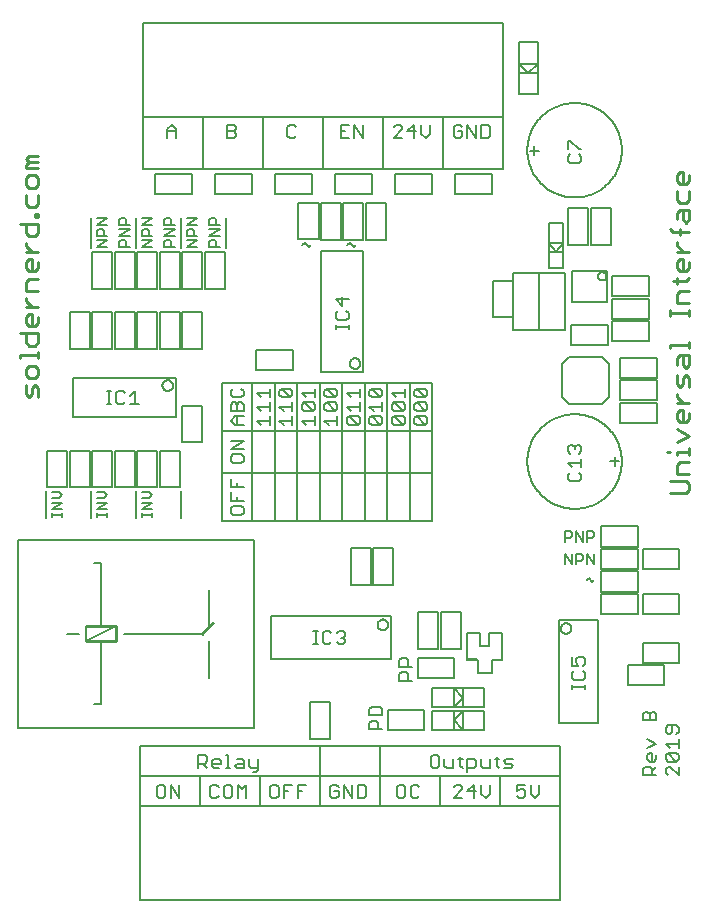
<source format=gto>
G75*
%MOIN*%
%OFA0B0*%
%FSLAX25Y25*%
%IPPOS*%
%LPD*%
%AMOC8*
5,1,8,0,0,1.08239X$1,22.5*
%
%ADD10C,0.00600*%
%ADD11C,0.00900*%
%ADD12C,0.00591*%
%ADD13C,0.00700*%
%ADD14C,0.00500*%
%ADD15C,0.01000*%
D10*
X0008274Y0059898D02*
X0008274Y0122890D01*
X0087014Y0122890D01*
X0087014Y0059898D01*
X0008274Y0059898D01*
X0031049Y0088894D02*
X0041049Y0093894D01*
X0043549Y0091394D02*
X0069549Y0091394D01*
X0072049Y0093894D02*
X0072049Y0106094D01*
X0072049Y0088894D02*
X0072049Y0076594D01*
X0036049Y0067894D02*
X0033549Y0067894D01*
X0036049Y0067894D02*
X0036049Y0088894D01*
X0036049Y0093894D02*
X0036049Y0114894D01*
X0033549Y0114894D01*
X0034691Y0130444D02*
X0034691Y0131578D01*
X0034691Y0131011D02*
X0038094Y0131011D01*
X0038094Y0130444D02*
X0038094Y0131578D01*
X0038094Y0132899D02*
X0034691Y0132899D01*
X0038094Y0135168D01*
X0034691Y0135168D01*
X0034691Y0136582D02*
X0036959Y0136582D01*
X0038094Y0137717D01*
X0036959Y0138851D01*
X0034691Y0138851D01*
X0023094Y0137717D02*
X0021959Y0136582D01*
X0019691Y0136582D01*
X0019691Y0135168D02*
X0023094Y0135168D01*
X0019691Y0132899D01*
X0023094Y0132899D01*
X0023094Y0131578D02*
X0023094Y0130444D01*
X0023094Y0131011D02*
X0019691Y0131011D01*
X0019691Y0130444D02*
X0019691Y0131578D01*
X0023094Y0137717D02*
X0021959Y0138851D01*
X0019691Y0138851D01*
X0038055Y0167944D02*
X0039523Y0167944D01*
X0038789Y0167944D02*
X0038789Y0172347D01*
X0038055Y0172347D02*
X0039523Y0172347D01*
X0041124Y0171613D02*
X0041124Y0168678D01*
X0041858Y0167944D01*
X0043326Y0167944D01*
X0044060Y0168678D01*
X0045728Y0167944D02*
X0048664Y0167944D01*
X0047196Y0167944D02*
X0047196Y0172347D01*
X0045728Y0170880D01*
X0044060Y0171613D02*
X0043326Y0172347D01*
X0041858Y0172347D01*
X0041124Y0171613D01*
X0049691Y0138851D02*
X0051959Y0138851D01*
X0053094Y0137717D01*
X0051959Y0136582D01*
X0049691Y0136582D01*
X0049691Y0135168D02*
X0053094Y0135168D01*
X0049691Y0132899D01*
X0053094Y0132899D01*
X0053094Y0131578D02*
X0053094Y0130444D01*
X0053094Y0131011D02*
X0049691Y0131011D01*
X0049691Y0130444D02*
X0049691Y0131578D01*
X0031049Y0093894D02*
X0031049Y0088894D01*
X0028549Y0091394D02*
X0024549Y0091394D01*
X0034691Y0220444D02*
X0038094Y0222712D01*
X0034691Y0222712D01*
X0034691Y0224127D02*
X0034691Y0225828D01*
X0035258Y0226395D01*
X0036392Y0226395D01*
X0036959Y0225828D01*
X0036959Y0224127D01*
X0038094Y0224127D02*
X0034691Y0224127D01*
X0034691Y0227810D02*
X0038094Y0230079D01*
X0034691Y0230079D01*
X0034691Y0227810D02*
X0038094Y0227810D01*
X0042191Y0227810D02*
X0042191Y0229511D01*
X0042758Y0230079D01*
X0043892Y0230079D01*
X0044459Y0229511D01*
X0044459Y0227810D01*
X0045594Y0227810D02*
X0042191Y0227810D01*
X0042191Y0226395D02*
X0045594Y0226395D01*
X0042191Y0224127D01*
X0045594Y0224127D01*
X0043892Y0222712D02*
X0044459Y0222145D01*
X0044459Y0220444D01*
X0045594Y0220444D02*
X0042191Y0220444D01*
X0042191Y0222145D01*
X0042758Y0222712D01*
X0043892Y0222712D01*
X0049691Y0222712D02*
X0053094Y0222712D01*
X0049691Y0220444D01*
X0053094Y0220444D01*
X0053094Y0224127D02*
X0049691Y0224127D01*
X0049691Y0225828D01*
X0050258Y0226395D01*
X0051392Y0226395D01*
X0051959Y0225828D01*
X0051959Y0224127D01*
X0053094Y0227810D02*
X0049691Y0227810D01*
X0053094Y0230079D01*
X0049691Y0230079D01*
X0057191Y0229511D02*
X0057758Y0230079D01*
X0058892Y0230079D01*
X0059459Y0229511D01*
X0059459Y0227810D01*
X0060594Y0227810D02*
X0057191Y0227810D01*
X0057191Y0229511D01*
X0057191Y0226395D02*
X0060594Y0226395D01*
X0057191Y0224127D01*
X0060594Y0224127D01*
X0058892Y0222712D02*
X0057758Y0222712D01*
X0057191Y0222145D01*
X0057191Y0220444D01*
X0060594Y0220444D01*
X0059459Y0220444D02*
X0059459Y0222145D01*
X0058892Y0222712D01*
X0064691Y0222712D02*
X0068094Y0222712D01*
X0064691Y0220444D01*
X0068094Y0220444D01*
X0068094Y0224127D02*
X0064691Y0224127D01*
X0064691Y0225828D01*
X0065258Y0226395D01*
X0066392Y0226395D01*
X0066959Y0225828D01*
X0066959Y0224127D01*
X0068094Y0227810D02*
X0064691Y0227810D01*
X0068094Y0230079D01*
X0064691Y0230079D01*
X0072191Y0229511D02*
X0072758Y0230079D01*
X0073892Y0230079D01*
X0074459Y0229511D01*
X0074459Y0227810D01*
X0075594Y0227810D02*
X0072191Y0227810D01*
X0072191Y0229511D01*
X0072191Y0226395D02*
X0075594Y0226395D01*
X0072191Y0224127D01*
X0075594Y0224127D01*
X0073892Y0222712D02*
X0072758Y0222712D01*
X0072191Y0222145D01*
X0072191Y0220444D01*
X0075594Y0220444D01*
X0074459Y0220444D02*
X0074459Y0222145D01*
X0073892Y0222712D01*
X0038094Y0220444D02*
X0034691Y0220444D01*
X0158294Y0082937D02*
X0161403Y0082937D01*
X0192940Y0083664D02*
X0192940Y0080728D01*
X0195142Y0080728D01*
X0194408Y0082196D01*
X0194408Y0082930D01*
X0195142Y0083664D01*
X0196610Y0083664D01*
X0197344Y0082930D01*
X0197344Y0081462D01*
X0196610Y0080728D01*
X0196610Y0079060D02*
X0197344Y0078326D01*
X0197344Y0076858D01*
X0196610Y0076124D01*
X0193674Y0076124D01*
X0192940Y0076858D01*
X0192940Y0078326D01*
X0193674Y0079060D01*
X0192940Y0074523D02*
X0192940Y0073055D01*
X0192940Y0073789D02*
X0197344Y0073789D01*
X0197344Y0073055D02*
X0197344Y0074523D01*
X0199712Y0108779D02*
X0200279Y0109347D01*
X0199712Y0108779D02*
X0198578Y0109914D01*
X0198011Y0109347D01*
X0198011Y0114694D02*
X0198011Y0118097D01*
X0200279Y0114694D01*
X0200279Y0118097D01*
X0196596Y0117529D02*
X0196596Y0116395D01*
X0196029Y0115828D01*
X0194327Y0115828D01*
X0194327Y0114694D02*
X0194327Y0118097D01*
X0196029Y0118097D01*
X0196596Y0117529D01*
X0196596Y0122194D02*
X0196596Y0125597D01*
X0198011Y0125597D02*
X0199712Y0125597D01*
X0200279Y0125029D01*
X0200279Y0123895D01*
X0199712Y0123328D01*
X0198011Y0123328D01*
X0198011Y0122194D02*
X0198011Y0125597D01*
X0194327Y0125597D02*
X0194327Y0122194D01*
X0192913Y0123895D02*
X0192346Y0123328D01*
X0190644Y0123328D01*
X0190644Y0122194D02*
X0190644Y0125597D01*
X0192346Y0125597D01*
X0192913Y0125029D01*
X0192913Y0123895D01*
X0194327Y0125597D02*
X0196596Y0122194D01*
X0192913Y0118097D02*
X0192913Y0114694D01*
X0190644Y0118097D01*
X0190644Y0114694D01*
D11*
X0224821Y0152215D02*
X0225838Y0152215D01*
X0227874Y0152215D02*
X0231944Y0152215D01*
X0231944Y0151198D02*
X0231944Y0153233D01*
X0231944Y0157530D02*
X0227874Y0159565D01*
X0228891Y0161940D02*
X0227874Y0162958D01*
X0227874Y0164993D01*
X0228891Y0166011D01*
X0229909Y0166011D01*
X0229909Y0161940D01*
X0230926Y0161940D02*
X0228891Y0161940D01*
X0230926Y0161940D02*
X0231944Y0162958D01*
X0231944Y0164993D01*
X0231944Y0168386D02*
X0227874Y0168386D01*
X0229909Y0168386D02*
X0227874Y0170421D01*
X0227874Y0171438D01*
X0228891Y0173757D02*
X0227874Y0174775D01*
X0227874Y0177827D01*
X0229909Y0176810D02*
X0229909Y0174775D01*
X0228891Y0173757D01*
X0231944Y0173757D02*
X0231944Y0176810D01*
X0230926Y0177827D01*
X0229909Y0176810D01*
X0230926Y0180203D02*
X0229909Y0181220D01*
X0229909Y0184273D01*
X0228891Y0184273D02*
X0231944Y0184273D01*
X0231944Y0181220D01*
X0230926Y0180203D01*
X0227874Y0181220D02*
X0227874Y0183255D01*
X0228891Y0184273D01*
X0225838Y0186648D02*
X0225838Y0187666D01*
X0231944Y0187666D01*
X0231944Y0188683D02*
X0231944Y0186648D01*
X0231944Y0197391D02*
X0231944Y0199426D01*
X0231944Y0198408D02*
X0225838Y0198408D01*
X0225838Y0197391D02*
X0225838Y0199426D01*
X0227874Y0201688D02*
X0227874Y0204740D01*
X0228891Y0205758D01*
X0231944Y0205758D01*
X0230926Y0209151D02*
X0231944Y0210168D01*
X0230926Y0209151D02*
X0226856Y0209151D01*
X0227874Y0210168D02*
X0227874Y0208133D01*
X0228891Y0212430D02*
X0227874Y0213448D01*
X0227874Y0215483D01*
X0228891Y0216500D01*
X0229909Y0216500D01*
X0229909Y0212430D01*
X0230926Y0212430D02*
X0228891Y0212430D01*
X0230926Y0212430D02*
X0231944Y0213448D01*
X0231944Y0215483D01*
X0231944Y0218876D02*
X0227874Y0218876D01*
X0229909Y0218876D02*
X0227874Y0220911D01*
X0227874Y0221928D01*
X0228891Y0224247D02*
X0228891Y0226282D01*
X0226856Y0225264D02*
X0225838Y0226282D01*
X0226856Y0225264D02*
X0231944Y0225264D01*
X0230926Y0228544D02*
X0229909Y0229561D01*
X0229909Y0232614D01*
X0228891Y0232614D02*
X0231944Y0232614D01*
X0231944Y0229561D01*
X0230926Y0228544D01*
X0227874Y0229561D02*
X0227874Y0231596D01*
X0228891Y0232614D01*
X0228891Y0234989D02*
X0227874Y0236007D01*
X0227874Y0239059D01*
X0228891Y0241435D02*
X0227874Y0242452D01*
X0227874Y0244487D01*
X0228891Y0245505D01*
X0229909Y0245505D01*
X0229909Y0241435D01*
X0230926Y0241435D02*
X0228891Y0241435D01*
X0230926Y0241435D02*
X0231944Y0242452D01*
X0231944Y0244487D01*
X0231944Y0239059D02*
X0231944Y0236007D01*
X0230926Y0234989D01*
X0228891Y0234989D01*
X0227874Y0201688D02*
X0231944Y0201688D01*
X0231944Y0157530D02*
X0227874Y0155495D01*
X0227874Y0152215D02*
X0227874Y0151198D01*
X0228891Y0148823D02*
X0227874Y0147805D01*
X0227874Y0144752D01*
X0231944Y0144752D01*
X0230926Y0142377D02*
X0225838Y0142377D01*
X0225838Y0138307D02*
X0230926Y0138307D01*
X0231944Y0139324D01*
X0231944Y0141359D01*
X0230926Y0142377D01*
X0231944Y0148823D02*
X0228891Y0148823D01*
X0015005Y0170367D02*
X0015005Y0173420D01*
X0013987Y0174437D01*
X0012970Y0173420D01*
X0012970Y0171384D01*
X0011952Y0170367D01*
X0010935Y0171384D01*
X0010935Y0174437D01*
X0011952Y0176812D02*
X0010935Y0177830D01*
X0010935Y0179865D01*
X0011952Y0180883D01*
X0013987Y0180883D01*
X0015005Y0179865D01*
X0015005Y0177830D01*
X0013987Y0176812D01*
X0011952Y0176812D01*
X0008900Y0183258D02*
X0008900Y0184275D01*
X0015005Y0184275D01*
X0015005Y0183258D02*
X0015005Y0185293D01*
X0013987Y0187555D02*
X0015005Y0188572D01*
X0015005Y0191625D01*
X0008900Y0191625D01*
X0010935Y0191625D02*
X0010935Y0188572D01*
X0011952Y0187555D01*
X0013987Y0187555D01*
X0013987Y0194000D02*
X0011952Y0194000D01*
X0010935Y0195018D01*
X0010935Y0197053D01*
X0011952Y0198071D01*
X0012970Y0198071D01*
X0012970Y0194000D01*
X0013987Y0194000D02*
X0015005Y0195018D01*
X0015005Y0197053D01*
X0015005Y0200446D02*
X0010935Y0200446D01*
X0012970Y0200446D02*
X0010935Y0202481D01*
X0010935Y0203499D01*
X0010935Y0205817D02*
X0010935Y0208870D01*
X0011952Y0209887D01*
X0015005Y0209887D01*
X0013987Y0212263D02*
X0015005Y0213280D01*
X0015005Y0215315D01*
X0012970Y0216333D02*
X0012970Y0212263D01*
X0013987Y0212263D02*
X0011952Y0212263D01*
X0010935Y0213280D01*
X0010935Y0215315D01*
X0011952Y0216333D01*
X0012970Y0216333D01*
X0012970Y0218708D02*
X0010935Y0220743D01*
X0010935Y0221761D01*
X0011952Y0224079D02*
X0010935Y0225097D01*
X0010935Y0228150D01*
X0008900Y0228150D02*
X0015005Y0228150D01*
X0015005Y0225097D01*
X0013987Y0224079D01*
X0011952Y0224079D01*
X0010935Y0218708D02*
X0015005Y0218708D01*
X0015005Y0205817D02*
X0010935Y0205817D01*
X0013987Y0230525D02*
X0013987Y0231542D01*
X0015005Y0231542D01*
X0015005Y0230525D01*
X0013987Y0230525D01*
X0013987Y0233748D02*
X0015005Y0234765D01*
X0015005Y0237818D01*
X0013987Y0240193D02*
X0015005Y0241211D01*
X0015005Y0243246D01*
X0013987Y0244263D01*
X0011952Y0244263D01*
X0010935Y0243246D01*
X0010935Y0241211D01*
X0011952Y0240193D01*
X0013987Y0240193D01*
X0010935Y0237818D02*
X0010935Y0234765D01*
X0011952Y0233748D01*
X0013987Y0233748D01*
X0015005Y0246639D02*
X0010935Y0246639D01*
X0010935Y0247656D01*
X0011952Y0248674D01*
X0010935Y0249691D01*
X0011952Y0250709D01*
X0015005Y0250709D01*
X0015005Y0248674D02*
X0011952Y0248674D01*
D12*
X0048894Y0034179D02*
X0048894Y0002683D01*
X0188894Y0002683D01*
X0188894Y0034179D01*
X0048894Y0034179D01*
X0048894Y0033894D02*
X0048894Y0043894D01*
X0068894Y0043894D01*
X0068894Y0033894D01*
X0068894Y0043894D02*
X0088894Y0043894D01*
X0088894Y0033894D01*
X0088894Y0043894D02*
X0128894Y0043894D01*
X0128894Y0053894D01*
X0108894Y0053894D01*
X0108894Y0033894D01*
X0108894Y0053894D02*
X0048894Y0053894D01*
X0048894Y0043894D01*
X0092565Y0083057D02*
X0092565Y0097230D01*
X0132722Y0097230D01*
X0132722Y0083057D01*
X0092565Y0083057D01*
X0105547Y0068746D02*
X0105547Y0056541D01*
X0112240Y0056541D01*
X0112240Y0068746D01*
X0105547Y0068746D01*
X0128894Y0053894D02*
X0188894Y0053894D01*
X0188894Y0043894D01*
X0168894Y0043894D01*
X0168894Y0033894D01*
X0168894Y0043894D02*
X0148894Y0043894D01*
X0148894Y0033894D01*
X0148894Y0043894D02*
X0128894Y0043894D01*
X0128894Y0033894D01*
X0131541Y0059297D02*
X0131541Y0065990D01*
X0143746Y0065990D01*
X0143746Y0059297D01*
X0131541Y0059297D01*
X0146482Y0059494D02*
X0146482Y0065793D01*
X0153569Y0065793D01*
X0153569Y0062644D01*
X0156719Y0065793D01*
X0156719Y0059494D01*
X0153569Y0062644D01*
X0153569Y0059494D01*
X0146482Y0059494D01*
X0146482Y0066994D02*
X0146482Y0073293D01*
X0153569Y0073293D01*
X0153569Y0066994D01*
X0156719Y0070144D01*
X0153569Y0073293D01*
X0156719Y0073293D01*
X0156719Y0070144D01*
X0156719Y0066994D01*
X0153569Y0066994D01*
X0146482Y0066994D01*
X0153569Y0065793D02*
X0156719Y0065793D01*
X0163805Y0065793D01*
X0163805Y0059494D01*
X0156719Y0059494D01*
X0153569Y0059494D01*
X0156719Y0066994D02*
X0163805Y0066994D01*
X0163805Y0073293D01*
X0156719Y0073293D01*
X0153746Y0076797D02*
X0153746Y0083490D01*
X0141541Y0083490D01*
X0141541Y0076797D01*
X0153746Y0076797D01*
X0157988Y0082781D02*
X0157988Y0091837D01*
X0162319Y0091837D01*
X0162319Y0087506D01*
X0165469Y0087506D01*
X0165469Y0091837D01*
X0169799Y0091837D01*
X0169799Y0082781D01*
X0166256Y0082781D01*
X0166256Y0078451D01*
X0161531Y0078451D01*
X0161531Y0082781D01*
X0157988Y0082781D01*
X0155990Y0086541D02*
X0155990Y0098746D01*
X0149297Y0098746D01*
X0149297Y0086541D01*
X0155990Y0086541D01*
X0148490Y0086541D02*
X0148490Y0098746D01*
X0141797Y0098746D01*
X0141797Y0086541D01*
X0148490Y0086541D01*
X0128199Y0094474D02*
X0128201Y0094557D01*
X0128207Y0094641D01*
X0128217Y0094724D01*
X0128230Y0094806D01*
X0128248Y0094888D01*
X0128270Y0094968D01*
X0128295Y0095048D01*
X0128324Y0095126D01*
X0128356Y0095203D01*
X0128393Y0095279D01*
X0128432Y0095352D01*
X0128476Y0095423D01*
X0128522Y0095493D01*
X0128572Y0095560D01*
X0128625Y0095625D01*
X0128680Y0095687D01*
X0128739Y0095746D01*
X0128801Y0095803D01*
X0128865Y0095856D01*
X0128931Y0095907D01*
X0129000Y0095954D01*
X0129071Y0095998D01*
X0129144Y0096039D01*
X0129219Y0096076D01*
X0129295Y0096109D01*
X0129373Y0096139D01*
X0129453Y0096165D01*
X0129533Y0096188D01*
X0129614Y0096206D01*
X0129697Y0096221D01*
X0129779Y0096232D01*
X0129863Y0096239D01*
X0129946Y0096242D01*
X0130030Y0096241D01*
X0130113Y0096236D01*
X0130196Y0096227D01*
X0130279Y0096214D01*
X0130360Y0096198D01*
X0130441Y0096177D01*
X0130521Y0096153D01*
X0130600Y0096125D01*
X0130677Y0096093D01*
X0130753Y0096058D01*
X0130827Y0096019D01*
X0130899Y0095977D01*
X0130969Y0095931D01*
X0131036Y0095882D01*
X0131102Y0095830D01*
X0131164Y0095775D01*
X0131225Y0095717D01*
X0131282Y0095656D01*
X0131336Y0095593D01*
X0131387Y0095527D01*
X0131436Y0095458D01*
X0131480Y0095388D01*
X0131522Y0095315D01*
X0131560Y0095241D01*
X0131594Y0095165D01*
X0131625Y0095087D01*
X0131652Y0095008D01*
X0131676Y0094928D01*
X0131695Y0094847D01*
X0131711Y0094765D01*
X0131723Y0094682D01*
X0131731Y0094599D01*
X0131735Y0094516D01*
X0131735Y0094432D01*
X0131731Y0094349D01*
X0131723Y0094266D01*
X0131711Y0094183D01*
X0131695Y0094101D01*
X0131676Y0094020D01*
X0131652Y0093940D01*
X0131625Y0093861D01*
X0131594Y0093783D01*
X0131560Y0093707D01*
X0131522Y0093633D01*
X0131480Y0093560D01*
X0131436Y0093490D01*
X0131387Y0093421D01*
X0131336Y0093355D01*
X0131282Y0093292D01*
X0131225Y0093231D01*
X0131164Y0093173D01*
X0131102Y0093118D01*
X0131036Y0093066D01*
X0130969Y0093017D01*
X0130899Y0092971D01*
X0130827Y0092929D01*
X0130753Y0092890D01*
X0130677Y0092855D01*
X0130600Y0092823D01*
X0130521Y0092795D01*
X0130441Y0092771D01*
X0130360Y0092750D01*
X0130279Y0092734D01*
X0130196Y0092721D01*
X0130113Y0092712D01*
X0130030Y0092707D01*
X0129946Y0092706D01*
X0129863Y0092709D01*
X0129779Y0092716D01*
X0129697Y0092727D01*
X0129614Y0092742D01*
X0129533Y0092760D01*
X0129453Y0092783D01*
X0129373Y0092809D01*
X0129295Y0092839D01*
X0129219Y0092872D01*
X0129144Y0092909D01*
X0129071Y0092950D01*
X0129000Y0092994D01*
X0128931Y0093041D01*
X0128865Y0093092D01*
X0128801Y0093145D01*
X0128739Y0093202D01*
X0128680Y0093261D01*
X0128625Y0093323D01*
X0128572Y0093388D01*
X0128522Y0093455D01*
X0128476Y0093525D01*
X0128432Y0093596D01*
X0128393Y0093669D01*
X0128356Y0093745D01*
X0128324Y0093822D01*
X0128295Y0093900D01*
X0128270Y0093980D01*
X0128248Y0094060D01*
X0128230Y0094142D01*
X0128217Y0094224D01*
X0128207Y0094307D01*
X0128201Y0094391D01*
X0128199Y0094474D01*
X0126797Y0107791D02*
X0133490Y0107791D01*
X0133490Y0119996D01*
X0126797Y0119996D01*
X0126797Y0107791D01*
X0125990Y0107791D02*
X0119297Y0107791D01*
X0119297Y0119996D01*
X0125990Y0119996D01*
X0125990Y0107791D01*
X0123894Y0128894D02*
X0116394Y0128894D01*
X0116394Y0175144D01*
X0108894Y0175144D01*
X0108894Y0128894D01*
X0116394Y0128894D01*
X0108894Y0128894D02*
X0101394Y0128894D01*
X0101394Y0175144D01*
X0093894Y0175144D01*
X0093894Y0128894D01*
X0101394Y0128894D01*
X0093894Y0128894D02*
X0086394Y0128894D01*
X0086394Y0175144D01*
X0076394Y0175144D01*
X0076394Y0158894D01*
X0146394Y0158894D01*
X0146394Y0175144D01*
X0138894Y0175144D01*
X0138894Y0128894D01*
X0146394Y0128894D01*
X0146394Y0145144D01*
X0076394Y0145144D01*
X0076394Y0128894D01*
X0086394Y0128894D01*
X0076394Y0145144D02*
X0076394Y0158894D01*
X0069740Y0155291D02*
X0069740Y0167496D01*
X0063047Y0167496D01*
X0063047Y0155291D01*
X0069740Y0155291D01*
X0062240Y0152496D02*
X0055547Y0152496D01*
X0055547Y0140291D01*
X0062240Y0140291D01*
X0062240Y0152496D01*
X0054740Y0152496D02*
X0048047Y0152496D01*
X0048047Y0140291D01*
X0054740Y0140291D01*
X0054740Y0152496D01*
X0047240Y0152496D02*
X0040547Y0152496D01*
X0040547Y0140291D01*
X0047240Y0140291D01*
X0047240Y0152496D01*
X0039740Y0152496D02*
X0033047Y0152496D01*
X0033047Y0140291D01*
X0039740Y0140291D01*
X0039740Y0152496D01*
X0032240Y0152496D02*
X0025547Y0152496D01*
X0025547Y0140291D01*
X0032240Y0140291D01*
X0032240Y0152496D01*
X0024740Y0152496D02*
X0018047Y0152496D01*
X0018047Y0140291D01*
X0024740Y0140291D01*
X0024740Y0152496D01*
X0026669Y0163648D02*
X0026669Y0176640D01*
X0061118Y0176640D01*
X0061118Y0163648D01*
X0026669Y0163648D01*
X0025547Y0186541D02*
X0032240Y0186541D01*
X0032240Y0198746D01*
X0025547Y0198746D01*
X0025547Y0186541D01*
X0033047Y0186541D02*
X0033047Y0198746D01*
X0039740Y0198746D01*
X0039740Y0186541D01*
X0033047Y0186541D01*
X0040547Y0186541D02*
X0047240Y0186541D01*
X0047240Y0198746D01*
X0040547Y0198746D01*
X0040547Y0186541D01*
X0048047Y0186541D02*
X0048047Y0198746D01*
X0054740Y0198746D01*
X0054740Y0186541D01*
X0048047Y0186541D01*
X0055547Y0186541D02*
X0062240Y0186541D01*
X0062240Y0198746D01*
X0055547Y0198746D01*
X0055547Y0186541D01*
X0063047Y0186541D02*
X0063047Y0198746D01*
X0069740Y0198746D01*
X0069740Y0186541D01*
X0063047Y0186541D01*
X0056501Y0174258D02*
X0056503Y0174341D01*
X0056509Y0174425D01*
X0056519Y0174508D01*
X0056532Y0174590D01*
X0056550Y0174672D01*
X0056572Y0174752D01*
X0056597Y0174832D01*
X0056626Y0174910D01*
X0056658Y0174987D01*
X0056695Y0175063D01*
X0056734Y0175136D01*
X0056778Y0175207D01*
X0056824Y0175277D01*
X0056874Y0175344D01*
X0056927Y0175409D01*
X0056982Y0175471D01*
X0057041Y0175530D01*
X0057103Y0175587D01*
X0057167Y0175640D01*
X0057233Y0175691D01*
X0057302Y0175738D01*
X0057373Y0175782D01*
X0057446Y0175823D01*
X0057521Y0175860D01*
X0057597Y0175893D01*
X0057675Y0175923D01*
X0057755Y0175949D01*
X0057835Y0175972D01*
X0057916Y0175990D01*
X0057999Y0176005D01*
X0058081Y0176016D01*
X0058165Y0176023D01*
X0058248Y0176026D01*
X0058332Y0176025D01*
X0058415Y0176020D01*
X0058498Y0176011D01*
X0058581Y0175998D01*
X0058662Y0175982D01*
X0058743Y0175961D01*
X0058823Y0175937D01*
X0058902Y0175909D01*
X0058979Y0175877D01*
X0059055Y0175842D01*
X0059129Y0175803D01*
X0059201Y0175761D01*
X0059271Y0175715D01*
X0059338Y0175666D01*
X0059404Y0175614D01*
X0059466Y0175559D01*
X0059527Y0175501D01*
X0059584Y0175440D01*
X0059638Y0175377D01*
X0059689Y0175311D01*
X0059738Y0175242D01*
X0059782Y0175172D01*
X0059824Y0175099D01*
X0059862Y0175025D01*
X0059896Y0174949D01*
X0059927Y0174871D01*
X0059954Y0174792D01*
X0059978Y0174712D01*
X0059997Y0174631D01*
X0060013Y0174549D01*
X0060025Y0174466D01*
X0060033Y0174383D01*
X0060037Y0174300D01*
X0060037Y0174216D01*
X0060033Y0174133D01*
X0060025Y0174050D01*
X0060013Y0173967D01*
X0059997Y0173885D01*
X0059978Y0173804D01*
X0059954Y0173724D01*
X0059927Y0173645D01*
X0059896Y0173567D01*
X0059862Y0173491D01*
X0059824Y0173417D01*
X0059782Y0173344D01*
X0059738Y0173274D01*
X0059689Y0173205D01*
X0059638Y0173139D01*
X0059584Y0173076D01*
X0059527Y0173015D01*
X0059466Y0172957D01*
X0059404Y0172902D01*
X0059338Y0172850D01*
X0059271Y0172801D01*
X0059201Y0172755D01*
X0059129Y0172713D01*
X0059055Y0172674D01*
X0058979Y0172639D01*
X0058902Y0172607D01*
X0058823Y0172579D01*
X0058743Y0172555D01*
X0058662Y0172534D01*
X0058581Y0172518D01*
X0058498Y0172505D01*
X0058415Y0172496D01*
X0058332Y0172491D01*
X0058248Y0172490D01*
X0058165Y0172493D01*
X0058081Y0172500D01*
X0057999Y0172511D01*
X0057916Y0172526D01*
X0057835Y0172544D01*
X0057755Y0172567D01*
X0057675Y0172593D01*
X0057597Y0172623D01*
X0057521Y0172656D01*
X0057446Y0172693D01*
X0057373Y0172734D01*
X0057302Y0172778D01*
X0057233Y0172825D01*
X0057167Y0172876D01*
X0057103Y0172929D01*
X0057041Y0172986D01*
X0056982Y0173045D01*
X0056927Y0173107D01*
X0056874Y0173172D01*
X0056824Y0173239D01*
X0056778Y0173309D01*
X0056734Y0173380D01*
X0056695Y0173453D01*
X0056658Y0173529D01*
X0056626Y0173606D01*
X0056597Y0173684D01*
X0056572Y0173764D01*
X0056550Y0173844D01*
X0056532Y0173926D01*
X0056519Y0174008D01*
X0056509Y0174091D01*
X0056503Y0174175D01*
X0056501Y0174258D01*
X0086394Y0175144D02*
X0093894Y0175144D01*
X0099996Y0179297D02*
X0099996Y0185990D01*
X0087791Y0185990D01*
X0087791Y0179297D01*
X0099996Y0179297D01*
X0101394Y0175144D02*
X0108894Y0175144D01*
X0109307Y0178815D02*
X0123480Y0178815D01*
X0123480Y0218972D01*
X0109307Y0218972D01*
X0109307Y0178815D01*
X0116394Y0175144D02*
X0123894Y0175144D01*
X0123894Y0128894D01*
X0131394Y0128894D01*
X0131394Y0175144D01*
X0123894Y0175144D01*
X0118956Y0181571D02*
X0118958Y0181654D01*
X0118964Y0181738D01*
X0118974Y0181821D01*
X0118987Y0181903D01*
X0119005Y0181985D01*
X0119027Y0182065D01*
X0119052Y0182145D01*
X0119081Y0182223D01*
X0119113Y0182300D01*
X0119150Y0182376D01*
X0119189Y0182449D01*
X0119233Y0182520D01*
X0119279Y0182590D01*
X0119329Y0182657D01*
X0119382Y0182722D01*
X0119437Y0182784D01*
X0119496Y0182843D01*
X0119558Y0182900D01*
X0119622Y0182953D01*
X0119688Y0183004D01*
X0119757Y0183051D01*
X0119828Y0183095D01*
X0119901Y0183136D01*
X0119976Y0183173D01*
X0120052Y0183206D01*
X0120130Y0183236D01*
X0120210Y0183262D01*
X0120290Y0183285D01*
X0120371Y0183303D01*
X0120454Y0183318D01*
X0120536Y0183329D01*
X0120620Y0183336D01*
X0120703Y0183339D01*
X0120787Y0183338D01*
X0120870Y0183333D01*
X0120953Y0183324D01*
X0121036Y0183311D01*
X0121117Y0183295D01*
X0121198Y0183274D01*
X0121278Y0183250D01*
X0121357Y0183222D01*
X0121434Y0183190D01*
X0121510Y0183155D01*
X0121584Y0183116D01*
X0121656Y0183074D01*
X0121726Y0183028D01*
X0121793Y0182979D01*
X0121859Y0182927D01*
X0121921Y0182872D01*
X0121982Y0182814D01*
X0122039Y0182753D01*
X0122093Y0182690D01*
X0122144Y0182624D01*
X0122193Y0182555D01*
X0122237Y0182485D01*
X0122279Y0182412D01*
X0122317Y0182338D01*
X0122351Y0182262D01*
X0122382Y0182184D01*
X0122409Y0182105D01*
X0122433Y0182025D01*
X0122452Y0181944D01*
X0122468Y0181862D01*
X0122480Y0181779D01*
X0122488Y0181696D01*
X0122492Y0181613D01*
X0122492Y0181529D01*
X0122488Y0181446D01*
X0122480Y0181363D01*
X0122468Y0181280D01*
X0122452Y0181198D01*
X0122433Y0181117D01*
X0122409Y0181037D01*
X0122382Y0180958D01*
X0122351Y0180880D01*
X0122317Y0180804D01*
X0122279Y0180730D01*
X0122237Y0180657D01*
X0122193Y0180587D01*
X0122144Y0180518D01*
X0122093Y0180452D01*
X0122039Y0180389D01*
X0121982Y0180328D01*
X0121921Y0180270D01*
X0121859Y0180215D01*
X0121793Y0180163D01*
X0121726Y0180114D01*
X0121656Y0180068D01*
X0121584Y0180026D01*
X0121510Y0179987D01*
X0121434Y0179952D01*
X0121357Y0179920D01*
X0121278Y0179892D01*
X0121198Y0179868D01*
X0121117Y0179847D01*
X0121036Y0179831D01*
X0120953Y0179818D01*
X0120870Y0179809D01*
X0120787Y0179804D01*
X0120703Y0179803D01*
X0120620Y0179806D01*
X0120536Y0179813D01*
X0120454Y0179824D01*
X0120371Y0179839D01*
X0120290Y0179857D01*
X0120210Y0179880D01*
X0120130Y0179906D01*
X0120052Y0179936D01*
X0119976Y0179969D01*
X0119901Y0180006D01*
X0119828Y0180047D01*
X0119757Y0180091D01*
X0119688Y0180138D01*
X0119622Y0180189D01*
X0119558Y0180242D01*
X0119496Y0180299D01*
X0119437Y0180358D01*
X0119382Y0180420D01*
X0119329Y0180485D01*
X0119279Y0180552D01*
X0119233Y0180622D01*
X0119189Y0180693D01*
X0119150Y0180766D01*
X0119113Y0180842D01*
X0119081Y0180919D01*
X0119052Y0180997D01*
X0119027Y0181077D01*
X0119005Y0181157D01*
X0118987Y0181239D01*
X0118974Y0181321D01*
X0118964Y0181404D01*
X0118958Y0181488D01*
X0118956Y0181571D01*
X0131394Y0175144D02*
X0138894Y0175144D01*
X0146394Y0158894D02*
X0146394Y0145144D01*
X0138894Y0128894D02*
X0131394Y0128894D01*
X0173283Y0192791D02*
X0173283Y0211689D01*
X0181945Y0211689D01*
X0181945Y0192791D01*
X0173283Y0192791D01*
X0173520Y0196945D02*
X0166827Y0196945D01*
X0166827Y0209150D01*
X0173520Y0209150D01*
X0173520Y0196945D01*
X0182033Y0192791D02*
X0182033Y0211689D01*
X0190695Y0211689D01*
X0190695Y0192791D01*
X0182033Y0192791D01*
X0192762Y0194337D02*
X0192762Y0187644D01*
X0204967Y0187644D01*
X0204967Y0194337D01*
X0192762Y0194337D01*
X0192959Y0202122D02*
X0204770Y0202122D01*
X0204770Y0212358D01*
X0192959Y0212358D01*
X0192959Y0202122D01*
X0189976Y0213510D02*
X0185252Y0213510D01*
X0185252Y0218628D01*
X0189976Y0218628D01*
X0189976Y0213510D01*
X0189976Y0218628D02*
X0189976Y0221778D01*
X0187614Y0218628D01*
X0185252Y0221778D01*
X0189976Y0221778D01*
X0189976Y0228470D01*
X0185252Y0228470D01*
X0185252Y0221778D01*
X0185252Y0218628D01*
X0191768Y0221138D02*
X0198461Y0221138D01*
X0198461Y0233343D01*
X0191768Y0233343D01*
X0191768Y0221138D01*
X0199268Y0221138D02*
X0205961Y0221138D01*
X0205961Y0233343D01*
X0199268Y0233343D01*
X0199268Y0221138D01*
X0201694Y0210665D02*
X0201696Y0210740D01*
X0201702Y0210814D01*
X0201712Y0210888D01*
X0201725Y0210961D01*
X0201743Y0211034D01*
X0201764Y0211105D01*
X0201789Y0211176D01*
X0201818Y0211245D01*
X0201851Y0211312D01*
X0201887Y0211377D01*
X0201926Y0211441D01*
X0201968Y0211502D01*
X0202014Y0211561D01*
X0202063Y0211618D01*
X0202115Y0211671D01*
X0202169Y0211722D01*
X0202226Y0211771D01*
X0202286Y0211815D01*
X0202348Y0211857D01*
X0202412Y0211896D01*
X0202478Y0211931D01*
X0202545Y0211962D01*
X0202615Y0211990D01*
X0202685Y0212014D01*
X0202757Y0212035D01*
X0202830Y0212051D01*
X0202903Y0212064D01*
X0202978Y0212073D01*
X0203052Y0212078D01*
X0203127Y0212079D01*
X0203201Y0212076D01*
X0203276Y0212069D01*
X0203349Y0212058D01*
X0203423Y0212044D01*
X0203495Y0212025D01*
X0203566Y0212003D01*
X0203636Y0211977D01*
X0203705Y0211947D01*
X0203771Y0211914D01*
X0203836Y0211877D01*
X0203899Y0211837D01*
X0203960Y0211793D01*
X0204018Y0211747D01*
X0204074Y0211697D01*
X0204127Y0211645D01*
X0204178Y0211590D01*
X0204225Y0211532D01*
X0204269Y0211472D01*
X0204310Y0211409D01*
X0204348Y0211345D01*
X0204382Y0211279D01*
X0204413Y0211210D01*
X0204440Y0211141D01*
X0204463Y0211070D01*
X0204482Y0210998D01*
X0204498Y0210925D01*
X0204510Y0210851D01*
X0204518Y0210777D01*
X0204522Y0210702D01*
X0204522Y0210628D01*
X0204518Y0210553D01*
X0204510Y0210479D01*
X0204498Y0210405D01*
X0204482Y0210332D01*
X0204463Y0210260D01*
X0204440Y0210189D01*
X0204413Y0210120D01*
X0204382Y0210051D01*
X0204348Y0209985D01*
X0204310Y0209921D01*
X0204269Y0209858D01*
X0204225Y0209798D01*
X0204178Y0209740D01*
X0204127Y0209685D01*
X0204074Y0209633D01*
X0204018Y0209583D01*
X0203960Y0209537D01*
X0203899Y0209493D01*
X0203836Y0209453D01*
X0203771Y0209416D01*
X0203705Y0209383D01*
X0203636Y0209353D01*
X0203566Y0209327D01*
X0203495Y0209305D01*
X0203423Y0209286D01*
X0203349Y0209272D01*
X0203276Y0209261D01*
X0203201Y0209254D01*
X0203127Y0209251D01*
X0203052Y0209252D01*
X0202978Y0209257D01*
X0202903Y0209266D01*
X0202830Y0209279D01*
X0202757Y0209295D01*
X0202685Y0209316D01*
X0202615Y0209340D01*
X0202545Y0209368D01*
X0202478Y0209399D01*
X0202412Y0209434D01*
X0202348Y0209473D01*
X0202286Y0209515D01*
X0202226Y0209559D01*
X0202169Y0209608D01*
X0202115Y0209659D01*
X0202063Y0209712D01*
X0202014Y0209769D01*
X0201968Y0209828D01*
X0201926Y0209889D01*
X0201887Y0209953D01*
X0201851Y0210018D01*
X0201818Y0210085D01*
X0201789Y0210154D01*
X0201764Y0210225D01*
X0201743Y0210296D01*
X0201725Y0210369D01*
X0201712Y0210442D01*
X0201702Y0210516D01*
X0201696Y0210590D01*
X0201694Y0210665D01*
X0206512Y0210587D02*
X0206512Y0203894D01*
X0218717Y0203894D01*
X0218717Y0210587D01*
X0206512Y0210587D01*
X0206512Y0203087D02*
X0206512Y0196394D01*
X0218717Y0196394D01*
X0218717Y0203087D01*
X0206512Y0203087D01*
X0206512Y0195587D02*
X0206512Y0188894D01*
X0218717Y0188894D01*
X0218717Y0195587D01*
X0206512Y0195587D01*
X0209041Y0183490D02*
X0209041Y0176797D01*
X0221246Y0176797D01*
X0221246Y0183490D01*
X0209041Y0183490D01*
X0209041Y0175990D02*
X0209041Y0169297D01*
X0221246Y0169297D01*
X0221246Y0175990D01*
X0209041Y0175990D01*
X0209041Y0168490D02*
X0209041Y0161797D01*
X0221246Y0161797D01*
X0221246Y0168490D01*
X0209041Y0168490D01*
X0207319Y0150512D02*
X0207319Y0147512D01*
X0205819Y0149012D02*
X0208819Y0149012D01*
X0178146Y0148894D02*
X0178151Y0149280D01*
X0178165Y0149667D01*
X0178189Y0150052D01*
X0178222Y0150438D01*
X0178264Y0150822D01*
X0178316Y0151205D01*
X0178378Y0151586D01*
X0178449Y0151966D01*
X0178529Y0152344D01*
X0178618Y0152720D01*
X0178716Y0153094D01*
X0178824Y0153465D01*
X0178941Y0153834D01*
X0179067Y0154199D01*
X0179201Y0154562D01*
X0179345Y0154920D01*
X0179497Y0155276D01*
X0179658Y0155627D01*
X0179828Y0155974D01*
X0180006Y0156318D01*
X0180192Y0156656D01*
X0180386Y0156990D01*
X0180589Y0157319D01*
X0180800Y0157643D01*
X0181019Y0157962D01*
X0181245Y0158275D01*
X0181479Y0158583D01*
X0181721Y0158884D01*
X0181969Y0159180D01*
X0182226Y0159470D01*
X0182489Y0159753D01*
X0182758Y0160030D01*
X0183035Y0160299D01*
X0183318Y0160562D01*
X0183608Y0160819D01*
X0183904Y0161067D01*
X0184205Y0161309D01*
X0184513Y0161543D01*
X0184826Y0161769D01*
X0185145Y0161988D01*
X0185469Y0162199D01*
X0185798Y0162402D01*
X0186132Y0162596D01*
X0186470Y0162782D01*
X0186814Y0162960D01*
X0187161Y0163130D01*
X0187512Y0163291D01*
X0187868Y0163443D01*
X0188226Y0163587D01*
X0188589Y0163721D01*
X0188954Y0163847D01*
X0189323Y0163964D01*
X0189694Y0164072D01*
X0190068Y0164170D01*
X0190444Y0164259D01*
X0190822Y0164339D01*
X0191202Y0164410D01*
X0191583Y0164472D01*
X0191966Y0164524D01*
X0192350Y0164566D01*
X0192736Y0164599D01*
X0193121Y0164623D01*
X0193508Y0164637D01*
X0193894Y0164642D01*
X0194280Y0164637D01*
X0194667Y0164623D01*
X0195052Y0164599D01*
X0195438Y0164566D01*
X0195822Y0164524D01*
X0196205Y0164472D01*
X0196586Y0164410D01*
X0196966Y0164339D01*
X0197344Y0164259D01*
X0197720Y0164170D01*
X0198094Y0164072D01*
X0198465Y0163964D01*
X0198834Y0163847D01*
X0199199Y0163721D01*
X0199562Y0163587D01*
X0199920Y0163443D01*
X0200276Y0163291D01*
X0200627Y0163130D01*
X0200974Y0162960D01*
X0201318Y0162782D01*
X0201656Y0162596D01*
X0201990Y0162402D01*
X0202319Y0162199D01*
X0202643Y0161988D01*
X0202962Y0161769D01*
X0203275Y0161543D01*
X0203583Y0161309D01*
X0203884Y0161067D01*
X0204180Y0160819D01*
X0204470Y0160562D01*
X0204753Y0160299D01*
X0205030Y0160030D01*
X0205299Y0159753D01*
X0205562Y0159470D01*
X0205819Y0159180D01*
X0206067Y0158884D01*
X0206309Y0158583D01*
X0206543Y0158275D01*
X0206769Y0157962D01*
X0206988Y0157643D01*
X0207199Y0157319D01*
X0207402Y0156990D01*
X0207596Y0156656D01*
X0207782Y0156318D01*
X0207960Y0155974D01*
X0208130Y0155627D01*
X0208291Y0155276D01*
X0208443Y0154920D01*
X0208587Y0154562D01*
X0208721Y0154199D01*
X0208847Y0153834D01*
X0208964Y0153465D01*
X0209072Y0153094D01*
X0209170Y0152720D01*
X0209259Y0152344D01*
X0209339Y0151966D01*
X0209410Y0151586D01*
X0209472Y0151205D01*
X0209524Y0150822D01*
X0209566Y0150438D01*
X0209599Y0150052D01*
X0209623Y0149667D01*
X0209637Y0149280D01*
X0209642Y0148894D01*
X0209637Y0148508D01*
X0209623Y0148121D01*
X0209599Y0147736D01*
X0209566Y0147350D01*
X0209524Y0146966D01*
X0209472Y0146583D01*
X0209410Y0146202D01*
X0209339Y0145822D01*
X0209259Y0145444D01*
X0209170Y0145068D01*
X0209072Y0144694D01*
X0208964Y0144323D01*
X0208847Y0143954D01*
X0208721Y0143589D01*
X0208587Y0143226D01*
X0208443Y0142868D01*
X0208291Y0142512D01*
X0208130Y0142161D01*
X0207960Y0141814D01*
X0207782Y0141470D01*
X0207596Y0141132D01*
X0207402Y0140798D01*
X0207199Y0140469D01*
X0206988Y0140145D01*
X0206769Y0139826D01*
X0206543Y0139513D01*
X0206309Y0139205D01*
X0206067Y0138904D01*
X0205819Y0138608D01*
X0205562Y0138318D01*
X0205299Y0138035D01*
X0205030Y0137758D01*
X0204753Y0137489D01*
X0204470Y0137226D01*
X0204180Y0136969D01*
X0203884Y0136721D01*
X0203583Y0136479D01*
X0203275Y0136245D01*
X0202962Y0136019D01*
X0202643Y0135800D01*
X0202319Y0135589D01*
X0201990Y0135386D01*
X0201656Y0135192D01*
X0201318Y0135006D01*
X0200974Y0134828D01*
X0200627Y0134658D01*
X0200276Y0134497D01*
X0199920Y0134345D01*
X0199562Y0134201D01*
X0199199Y0134067D01*
X0198834Y0133941D01*
X0198465Y0133824D01*
X0198094Y0133716D01*
X0197720Y0133618D01*
X0197344Y0133529D01*
X0196966Y0133449D01*
X0196586Y0133378D01*
X0196205Y0133316D01*
X0195822Y0133264D01*
X0195438Y0133222D01*
X0195052Y0133189D01*
X0194667Y0133165D01*
X0194280Y0133151D01*
X0193894Y0133146D01*
X0193508Y0133151D01*
X0193121Y0133165D01*
X0192736Y0133189D01*
X0192350Y0133222D01*
X0191966Y0133264D01*
X0191583Y0133316D01*
X0191202Y0133378D01*
X0190822Y0133449D01*
X0190444Y0133529D01*
X0190068Y0133618D01*
X0189694Y0133716D01*
X0189323Y0133824D01*
X0188954Y0133941D01*
X0188589Y0134067D01*
X0188226Y0134201D01*
X0187868Y0134345D01*
X0187512Y0134497D01*
X0187161Y0134658D01*
X0186814Y0134828D01*
X0186470Y0135006D01*
X0186132Y0135192D01*
X0185798Y0135386D01*
X0185469Y0135589D01*
X0185145Y0135800D01*
X0184826Y0136019D01*
X0184513Y0136245D01*
X0184205Y0136479D01*
X0183904Y0136721D01*
X0183608Y0136969D01*
X0183318Y0137226D01*
X0183035Y0137489D01*
X0182758Y0137758D01*
X0182489Y0138035D01*
X0182226Y0138318D01*
X0181969Y0138608D01*
X0181721Y0138904D01*
X0181479Y0139205D01*
X0181245Y0139513D01*
X0181019Y0139826D01*
X0180800Y0140145D01*
X0180589Y0140469D01*
X0180386Y0140798D01*
X0180192Y0141132D01*
X0180006Y0141470D01*
X0179828Y0141814D01*
X0179658Y0142161D01*
X0179497Y0142512D01*
X0179345Y0142868D01*
X0179201Y0143226D01*
X0179067Y0143589D01*
X0178941Y0143954D01*
X0178824Y0144323D01*
X0178716Y0144694D01*
X0178618Y0145068D01*
X0178529Y0145444D01*
X0178449Y0145822D01*
X0178378Y0146202D01*
X0178316Y0146583D01*
X0178264Y0146966D01*
X0178222Y0147350D01*
X0178189Y0147736D01*
X0178165Y0148121D01*
X0178151Y0148508D01*
X0178146Y0148894D01*
X0202791Y0127240D02*
X0202791Y0120547D01*
X0214996Y0120547D01*
X0214996Y0127240D01*
X0202791Y0127240D01*
X0202791Y0119740D02*
X0202791Y0113047D01*
X0214996Y0113047D01*
X0214996Y0119740D01*
X0202791Y0119740D01*
X0202791Y0112240D02*
X0202791Y0105547D01*
X0214996Y0105547D01*
X0214996Y0112240D01*
X0202791Y0112240D01*
X0202673Y0104711D02*
X0202673Y0098018D01*
X0214878Y0098018D01*
X0214878Y0104711D01*
X0202673Y0104711D01*
X0201640Y0096118D02*
X0201640Y0061669D01*
X0188648Y0061669D01*
X0188648Y0096118D01*
X0201640Y0096118D01*
X0189262Y0093269D02*
X0189264Y0093352D01*
X0189270Y0093436D01*
X0189280Y0093519D01*
X0189293Y0093601D01*
X0189311Y0093683D01*
X0189333Y0093763D01*
X0189358Y0093843D01*
X0189387Y0093921D01*
X0189419Y0093998D01*
X0189456Y0094074D01*
X0189495Y0094147D01*
X0189539Y0094218D01*
X0189585Y0094288D01*
X0189635Y0094355D01*
X0189688Y0094420D01*
X0189743Y0094482D01*
X0189802Y0094541D01*
X0189864Y0094598D01*
X0189928Y0094651D01*
X0189994Y0094702D01*
X0190063Y0094749D01*
X0190134Y0094793D01*
X0190207Y0094834D01*
X0190282Y0094871D01*
X0190358Y0094904D01*
X0190436Y0094934D01*
X0190516Y0094960D01*
X0190596Y0094983D01*
X0190677Y0095001D01*
X0190760Y0095016D01*
X0190842Y0095027D01*
X0190926Y0095034D01*
X0191009Y0095037D01*
X0191093Y0095036D01*
X0191176Y0095031D01*
X0191259Y0095022D01*
X0191342Y0095009D01*
X0191423Y0094993D01*
X0191504Y0094972D01*
X0191584Y0094948D01*
X0191663Y0094920D01*
X0191740Y0094888D01*
X0191816Y0094853D01*
X0191890Y0094814D01*
X0191962Y0094772D01*
X0192032Y0094726D01*
X0192099Y0094677D01*
X0192165Y0094625D01*
X0192227Y0094570D01*
X0192288Y0094512D01*
X0192345Y0094451D01*
X0192399Y0094388D01*
X0192450Y0094322D01*
X0192499Y0094253D01*
X0192543Y0094183D01*
X0192585Y0094110D01*
X0192623Y0094036D01*
X0192657Y0093960D01*
X0192688Y0093882D01*
X0192715Y0093803D01*
X0192739Y0093723D01*
X0192758Y0093642D01*
X0192774Y0093560D01*
X0192786Y0093477D01*
X0192794Y0093394D01*
X0192798Y0093311D01*
X0192798Y0093227D01*
X0192794Y0093144D01*
X0192786Y0093061D01*
X0192774Y0092978D01*
X0192758Y0092896D01*
X0192739Y0092815D01*
X0192715Y0092735D01*
X0192688Y0092656D01*
X0192657Y0092578D01*
X0192623Y0092502D01*
X0192585Y0092428D01*
X0192543Y0092355D01*
X0192499Y0092285D01*
X0192450Y0092216D01*
X0192399Y0092150D01*
X0192345Y0092087D01*
X0192288Y0092026D01*
X0192227Y0091968D01*
X0192165Y0091913D01*
X0192099Y0091861D01*
X0192032Y0091812D01*
X0191962Y0091766D01*
X0191890Y0091724D01*
X0191816Y0091685D01*
X0191740Y0091650D01*
X0191663Y0091618D01*
X0191584Y0091590D01*
X0191504Y0091566D01*
X0191423Y0091545D01*
X0191342Y0091529D01*
X0191259Y0091516D01*
X0191176Y0091507D01*
X0191093Y0091502D01*
X0191009Y0091501D01*
X0190926Y0091504D01*
X0190842Y0091511D01*
X0190760Y0091522D01*
X0190677Y0091537D01*
X0190596Y0091555D01*
X0190516Y0091578D01*
X0190436Y0091604D01*
X0190358Y0091634D01*
X0190282Y0091667D01*
X0190207Y0091704D01*
X0190134Y0091745D01*
X0190063Y0091789D01*
X0189994Y0091836D01*
X0189928Y0091887D01*
X0189864Y0091940D01*
X0189802Y0091997D01*
X0189743Y0092056D01*
X0189688Y0092118D01*
X0189635Y0092183D01*
X0189585Y0092250D01*
X0189539Y0092320D01*
X0189495Y0092391D01*
X0189456Y0092464D01*
X0189419Y0092540D01*
X0189387Y0092617D01*
X0189358Y0092695D01*
X0189333Y0092775D01*
X0189311Y0092855D01*
X0189293Y0092937D01*
X0189280Y0093019D01*
X0189270Y0093102D01*
X0189264Y0093186D01*
X0189262Y0093269D01*
X0211541Y0080990D02*
X0211541Y0074297D01*
X0223746Y0074297D01*
X0223746Y0080990D01*
X0211541Y0080990D01*
X0216541Y0081797D02*
X0228746Y0081797D01*
X0228746Y0088490D01*
X0216541Y0088490D01*
X0216541Y0081797D01*
X0216541Y0098047D02*
X0216541Y0104740D01*
X0228746Y0104740D01*
X0228746Y0098047D01*
X0216541Y0098047D01*
X0216541Y0113047D02*
X0228746Y0113047D01*
X0228746Y0119740D01*
X0216541Y0119740D01*
X0216541Y0113047D01*
X0188894Y0043894D02*
X0188894Y0033894D01*
X0062644Y0130144D02*
X0062644Y0138894D01*
X0047644Y0138894D02*
X0047644Y0130144D01*
X0032644Y0130144D02*
X0032644Y0138894D01*
X0017644Y0138894D02*
X0017644Y0130144D01*
X0033047Y0206541D02*
X0039740Y0206541D01*
X0039740Y0218746D01*
X0033047Y0218746D01*
X0033047Y0206541D01*
X0040547Y0206541D02*
X0047240Y0206541D01*
X0047240Y0218746D01*
X0040547Y0218746D01*
X0040547Y0206541D01*
X0048047Y0206541D02*
X0048047Y0218746D01*
X0054740Y0218746D01*
X0054740Y0206541D01*
X0048047Y0206541D01*
X0055547Y0206541D02*
X0062240Y0206541D01*
X0062240Y0218746D01*
X0055547Y0218746D01*
X0055547Y0206541D01*
X0063047Y0206541D02*
X0063047Y0218746D01*
X0069740Y0218746D01*
X0069740Y0206541D01*
X0063047Y0206541D01*
X0070547Y0206541D02*
X0070547Y0218746D01*
X0077240Y0218746D01*
X0077240Y0206541D01*
X0070547Y0206541D01*
X0077644Y0220144D02*
X0077644Y0230144D01*
X0074041Y0238047D02*
X0074041Y0244740D01*
X0086246Y0244740D01*
X0086246Y0238047D01*
X0074041Y0238047D01*
X0070144Y0246394D02*
X0070144Y0263894D01*
X0070144Y0246394D02*
X0090144Y0246394D01*
X0090144Y0263894D01*
X0090144Y0246394D02*
X0110144Y0246394D01*
X0110144Y0263894D01*
X0110144Y0246394D02*
X0130144Y0246394D01*
X0130144Y0263894D01*
X0130144Y0246394D02*
X0150144Y0246394D01*
X0150144Y0263894D01*
X0150144Y0246394D02*
X0170144Y0246394D01*
X0170144Y0263894D01*
X0170144Y0263608D02*
X0050144Y0263608D01*
X0050144Y0295104D01*
X0170144Y0295104D01*
X0170144Y0263608D01*
X0175341Y0271295D02*
X0181640Y0271295D01*
X0181640Y0278382D01*
X0178490Y0278382D01*
X0175341Y0281531D01*
X0181640Y0281531D01*
X0178490Y0278382D01*
X0175341Y0278382D01*
X0175341Y0281531D01*
X0175341Y0288618D01*
X0181640Y0288618D01*
X0181640Y0281531D01*
X0181640Y0278382D01*
X0175341Y0278382D02*
X0175341Y0271295D01*
X0180469Y0254026D02*
X0180469Y0251026D01*
X0181969Y0252526D02*
X0178969Y0252526D01*
X0166246Y0244740D02*
X0166246Y0238047D01*
X0154041Y0238047D01*
X0154041Y0244740D01*
X0166246Y0244740D01*
X0146246Y0244740D02*
X0146246Y0238047D01*
X0134041Y0238047D01*
X0134041Y0244740D01*
X0146246Y0244740D01*
X0130990Y0234996D02*
X0124297Y0234996D01*
X0124297Y0222791D01*
X0130990Y0222791D01*
X0130990Y0234996D01*
X0126246Y0238047D02*
X0126246Y0244740D01*
X0114041Y0244740D01*
X0114041Y0238047D01*
X0126246Y0238047D01*
X0123490Y0234996D02*
X0116797Y0234996D01*
X0116797Y0222791D01*
X0123490Y0222791D01*
X0123490Y0234996D01*
X0115990Y0234996D02*
X0115990Y0222791D01*
X0109297Y0222791D01*
X0109297Y0234996D01*
X0115990Y0234996D01*
X0108539Y0235114D02*
X0101846Y0235114D01*
X0101846Y0222909D01*
X0108539Y0222909D01*
X0108539Y0235114D01*
X0106246Y0238047D02*
X0106246Y0244740D01*
X0094041Y0244740D01*
X0094041Y0238047D01*
X0106246Y0238047D01*
X0070144Y0246394D02*
X0050144Y0246394D01*
X0050144Y0263894D01*
X0054041Y0244740D02*
X0054041Y0238047D01*
X0066246Y0238047D01*
X0066246Y0244740D01*
X0054041Y0244740D01*
X0047644Y0230144D02*
X0047644Y0220144D01*
X0062644Y0220144D02*
X0062644Y0230144D01*
X0032644Y0230144D02*
X0032644Y0220144D01*
X0178146Y0252644D02*
X0178151Y0253030D01*
X0178165Y0253417D01*
X0178189Y0253802D01*
X0178222Y0254188D01*
X0178264Y0254572D01*
X0178316Y0254955D01*
X0178378Y0255336D01*
X0178449Y0255716D01*
X0178529Y0256094D01*
X0178618Y0256470D01*
X0178716Y0256844D01*
X0178824Y0257215D01*
X0178941Y0257584D01*
X0179067Y0257949D01*
X0179201Y0258312D01*
X0179345Y0258670D01*
X0179497Y0259026D01*
X0179658Y0259377D01*
X0179828Y0259724D01*
X0180006Y0260068D01*
X0180192Y0260406D01*
X0180386Y0260740D01*
X0180589Y0261069D01*
X0180800Y0261393D01*
X0181019Y0261712D01*
X0181245Y0262025D01*
X0181479Y0262333D01*
X0181721Y0262634D01*
X0181969Y0262930D01*
X0182226Y0263220D01*
X0182489Y0263503D01*
X0182758Y0263780D01*
X0183035Y0264049D01*
X0183318Y0264312D01*
X0183608Y0264569D01*
X0183904Y0264817D01*
X0184205Y0265059D01*
X0184513Y0265293D01*
X0184826Y0265519D01*
X0185145Y0265738D01*
X0185469Y0265949D01*
X0185798Y0266152D01*
X0186132Y0266346D01*
X0186470Y0266532D01*
X0186814Y0266710D01*
X0187161Y0266880D01*
X0187512Y0267041D01*
X0187868Y0267193D01*
X0188226Y0267337D01*
X0188589Y0267471D01*
X0188954Y0267597D01*
X0189323Y0267714D01*
X0189694Y0267822D01*
X0190068Y0267920D01*
X0190444Y0268009D01*
X0190822Y0268089D01*
X0191202Y0268160D01*
X0191583Y0268222D01*
X0191966Y0268274D01*
X0192350Y0268316D01*
X0192736Y0268349D01*
X0193121Y0268373D01*
X0193508Y0268387D01*
X0193894Y0268392D01*
X0194280Y0268387D01*
X0194667Y0268373D01*
X0195052Y0268349D01*
X0195438Y0268316D01*
X0195822Y0268274D01*
X0196205Y0268222D01*
X0196586Y0268160D01*
X0196966Y0268089D01*
X0197344Y0268009D01*
X0197720Y0267920D01*
X0198094Y0267822D01*
X0198465Y0267714D01*
X0198834Y0267597D01*
X0199199Y0267471D01*
X0199562Y0267337D01*
X0199920Y0267193D01*
X0200276Y0267041D01*
X0200627Y0266880D01*
X0200974Y0266710D01*
X0201318Y0266532D01*
X0201656Y0266346D01*
X0201990Y0266152D01*
X0202319Y0265949D01*
X0202643Y0265738D01*
X0202962Y0265519D01*
X0203275Y0265293D01*
X0203583Y0265059D01*
X0203884Y0264817D01*
X0204180Y0264569D01*
X0204470Y0264312D01*
X0204753Y0264049D01*
X0205030Y0263780D01*
X0205299Y0263503D01*
X0205562Y0263220D01*
X0205819Y0262930D01*
X0206067Y0262634D01*
X0206309Y0262333D01*
X0206543Y0262025D01*
X0206769Y0261712D01*
X0206988Y0261393D01*
X0207199Y0261069D01*
X0207402Y0260740D01*
X0207596Y0260406D01*
X0207782Y0260068D01*
X0207960Y0259724D01*
X0208130Y0259377D01*
X0208291Y0259026D01*
X0208443Y0258670D01*
X0208587Y0258312D01*
X0208721Y0257949D01*
X0208847Y0257584D01*
X0208964Y0257215D01*
X0209072Y0256844D01*
X0209170Y0256470D01*
X0209259Y0256094D01*
X0209339Y0255716D01*
X0209410Y0255336D01*
X0209472Y0254955D01*
X0209524Y0254572D01*
X0209566Y0254188D01*
X0209599Y0253802D01*
X0209623Y0253417D01*
X0209637Y0253030D01*
X0209642Y0252644D01*
X0209637Y0252258D01*
X0209623Y0251871D01*
X0209599Y0251486D01*
X0209566Y0251100D01*
X0209524Y0250716D01*
X0209472Y0250333D01*
X0209410Y0249952D01*
X0209339Y0249572D01*
X0209259Y0249194D01*
X0209170Y0248818D01*
X0209072Y0248444D01*
X0208964Y0248073D01*
X0208847Y0247704D01*
X0208721Y0247339D01*
X0208587Y0246976D01*
X0208443Y0246618D01*
X0208291Y0246262D01*
X0208130Y0245911D01*
X0207960Y0245564D01*
X0207782Y0245220D01*
X0207596Y0244882D01*
X0207402Y0244548D01*
X0207199Y0244219D01*
X0206988Y0243895D01*
X0206769Y0243576D01*
X0206543Y0243263D01*
X0206309Y0242955D01*
X0206067Y0242654D01*
X0205819Y0242358D01*
X0205562Y0242068D01*
X0205299Y0241785D01*
X0205030Y0241508D01*
X0204753Y0241239D01*
X0204470Y0240976D01*
X0204180Y0240719D01*
X0203884Y0240471D01*
X0203583Y0240229D01*
X0203275Y0239995D01*
X0202962Y0239769D01*
X0202643Y0239550D01*
X0202319Y0239339D01*
X0201990Y0239136D01*
X0201656Y0238942D01*
X0201318Y0238756D01*
X0200974Y0238578D01*
X0200627Y0238408D01*
X0200276Y0238247D01*
X0199920Y0238095D01*
X0199562Y0237951D01*
X0199199Y0237817D01*
X0198834Y0237691D01*
X0198465Y0237574D01*
X0198094Y0237466D01*
X0197720Y0237368D01*
X0197344Y0237279D01*
X0196966Y0237199D01*
X0196586Y0237128D01*
X0196205Y0237066D01*
X0195822Y0237014D01*
X0195438Y0236972D01*
X0195052Y0236939D01*
X0194667Y0236915D01*
X0194280Y0236901D01*
X0193894Y0236896D01*
X0193508Y0236901D01*
X0193121Y0236915D01*
X0192736Y0236939D01*
X0192350Y0236972D01*
X0191966Y0237014D01*
X0191583Y0237066D01*
X0191202Y0237128D01*
X0190822Y0237199D01*
X0190444Y0237279D01*
X0190068Y0237368D01*
X0189694Y0237466D01*
X0189323Y0237574D01*
X0188954Y0237691D01*
X0188589Y0237817D01*
X0188226Y0237951D01*
X0187868Y0238095D01*
X0187512Y0238247D01*
X0187161Y0238408D01*
X0186814Y0238578D01*
X0186470Y0238756D01*
X0186132Y0238942D01*
X0185798Y0239136D01*
X0185469Y0239339D01*
X0185145Y0239550D01*
X0184826Y0239769D01*
X0184513Y0239995D01*
X0184205Y0240229D01*
X0183904Y0240471D01*
X0183608Y0240719D01*
X0183318Y0240976D01*
X0183035Y0241239D01*
X0182758Y0241508D01*
X0182489Y0241785D01*
X0182226Y0242068D01*
X0181969Y0242358D01*
X0181721Y0242654D01*
X0181479Y0242955D01*
X0181245Y0243263D01*
X0181019Y0243576D01*
X0180800Y0243895D01*
X0180589Y0244219D01*
X0180386Y0244548D01*
X0180192Y0244882D01*
X0180006Y0245220D01*
X0179828Y0245564D01*
X0179658Y0245911D01*
X0179497Y0246262D01*
X0179345Y0246618D01*
X0179201Y0246976D01*
X0179067Y0247339D01*
X0178941Y0247704D01*
X0178824Y0248073D01*
X0178716Y0248444D01*
X0178618Y0248818D01*
X0178529Y0249194D01*
X0178449Y0249572D01*
X0178378Y0249952D01*
X0178316Y0250333D01*
X0178264Y0250716D01*
X0178222Y0251100D01*
X0178189Y0251486D01*
X0178165Y0251871D01*
X0178151Y0252258D01*
X0178146Y0252644D01*
D13*
X0165665Y0257461D02*
X0164947Y0256744D01*
X0162796Y0256744D01*
X0162796Y0261047D01*
X0164947Y0261047D01*
X0165665Y0260330D01*
X0165665Y0257461D01*
X0161061Y0256744D02*
X0161061Y0261047D01*
X0158192Y0261047D02*
X0161061Y0256744D01*
X0158192Y0256744D02*
X0158192Y0261047D01*
X0156457Y0260330D02*
X0155740Y0261047D01*
X0154305Y0261047D01*
X0153588Y0260330D01*
X0153588Y0257461D01*
X0154305Y0256744D01*
X0155740Y0256744D01*
X0156457Y0257461D01*
X0156457Y0258896D01*
X0155022Y0258896D01*
X0145665Y0258178D02*
X0144230Y0256744D01*
X0142796Y0258178D01*
X0142796Y0261047D01*
X0140344Y0261047D02*
X0138192Y0258896D01*
X0141061Y0258896D01*
X0140344Y0261047D02*
X0140344Y0256744D01*
X0136457Y0256744D02*
X0133588Y0256744D01*
X0136457Y0259613D01*
X0136457Y0260330D01*
X0135740Y0261047D01*
X0134305Y0261047D01*
X0133588Y0260330D01*
X0123363Y0261047D02*
X0123363Y0256744D01*
X0120494Y0261047D01*
X0120494Y0256744D01*
X0118759Y0256744D02*
X0115890Y0256744D01*
X0115890Y0261047D01*
X0118759Y0261047D01*
X0117324Y0258896D02*
X0115890Y0258896D01*
X0101061Y0260330D02*
X0100344Y0261047D01*
X0098909Y0261047D01*
X0098192Y0260330D01*
X0098192Y0257461D01*
X0098909Y0256744D01*
X0100344Y0256744D01*
X0101061Y0257461D01*
X0081061Y0257461D02*
X0080344Y0256744D01*
X0078192Y0256744D01*
X0078192Y0261047D01*
X0080344Y0261047D01*
X0081061Y0260330D01*
X0081061Y0259613D01*
X0080344Y0258896D01*
X0078192Y0258896D01*
X0080344Y0258896D02*
X0081061Y0258178D01*
X0081061Y0257461D01*
X0061061Y0256744D02*
X0061061Y0259613D01*
X0059626Y0261047D01*
X0058192Y0259613D01*
X0058192Y0256744D01*
X0058192Y0258896D02*
X0061061Y0258896D01*
X0103192Y0221047D02*
X0103909Y0221765D01*
X0105344Y0220330D01*
X0106061Y0221047D01*
X0118192Y0221047D02*
X0118909Y0221765D01*
X0120344Y0220330D01*
X0121061Y0221047D01*
X0116392Y0203647D02*
X0116392Y0200778D01*
X0114240Y0202930D01*
X0118544Y0202930D01*
X0117826Y0199044D02*
X0118544Y0198326D01*
X0118544Y0196892D01*
X0117826Y0196174D01*
X0114957Y0196174D01*
X0114240Y0196892D01*
X0114240Y0198326D01*
X0114957Y0199044D01*
X0114240Y0194540D02*
X0114240Y0193105D01*
X0114240Y0193822D02*
X0118544Y0193822D01*
X0118544Y0193105D02*
X0118544Y0194540D01*
X0122294Y0173165D02*
X0122294Y0170296D01*
X0122294Y0171730D02*
X0117990Y0171730D01*
X0119425Y0170296D01*
X0122294Y0168561D02*
X0122294Y0165692D01*
X0122294Y0167126D02*
X0117990Y0167126D01*
X0119425Y0165692D01*
X0118707Y0163957D02*
X0121576Y0161088D01*
X0122294Y0161805D01*
X0122294Y0163240D01*
X0121576Y0163957D01*
X0118707Y0163957D01*
X0117990Y0163240D01*
X0117990Y0161805D01*
X0118707Y0161088D01*
X0121576Y0161088D01*
X0125490Y0161805D02*
X0125490Y0163240D01*
X0126207Y0163957D01*
X0129076Y0161088D01*
X0129794Y0161805D01*
X0129794Y0163240D01*
X0129076Y0163957D01*
X0126207Y0163957D01*
X0126925Y0165692D02*
X0125490Y0167126D01*
X0129794Y0167126D01*
X0129794Y0165692D02*
X0129794Y0168561D01*
X0129076Y0170296D02*
X0126207Y0173165D01*
X0129076Y0173165D01*
X0129794Y0172447D01*
X0129794Y0171013D01*
X0129076Y0170296D01*
X0126207Y0170296D01*
X0125490Y0171013D01*
X0125490Y0172447D01*
X0126207Y0173165D01*
X0132990Y0171730D02*
X0134425Y0170296D01*
X0133707Y0168561D02*
X0136576Y0165692D01*
X0137294Y0166409D01*
X0137294Y0167844D01*
X0136576Y0168561D01*
X0133707Y0168561D01*
X0132990Y0167844D01*
X0132990Y0166409D01*
X0133707Y0165692D01*
X0136576Y0165692D01*
X0136576Y0163957D02*
X0133707Y0163957D01*
X0136576Y0161088D01*
X0137294Y0161805D01*
X0137294Y0163240D01*
X0136576Y0163957D01*
X0133707Y0163957D02*
X0132990Y0163240D01*
X0132990Y0161805D01*
X0133707Y0161088D01*
X0136576Y0161088D01*
X0140490Y0161805D02*
X0140490Y0163240D01*
X0141207Y0163957D01*
X0144076Y0161088D01*
X0144794Y0161805D01*
X0144794Y0163240D01*
X0144076Y0163957D01*
X0141207Y0163957D01*
X0141207Y0165692D02*
X0140490Y0166409D01*
X0140490Y0167844D01*
X0141207Y0168561D01*
X0144076Y0165692D01*
X0144794Y0166409D01*
X0144794Y0167844D01*
X0144076Y0168561D01*
X0141207Y0168561D01*
X0141207Y0170296D02*
X0140490Y0171013D01*
X0140490Y0172447D01*
X0141207Y0173165D01*
X0144076Y0170296D01*
X0144794Y0171013D01*
X0144794Y0172447D01*
X0144076Y0173165D01*
X0141207Y0173165D01*
X0141207Y0170296D02*
X0144076Y0170296D01*
X0144076Y0165692D02*
X0141207Y0165692D01*
X0140490Y0161805D02*
X0141207Y0161088D01*
X0144076Y0161088D01*
X0137294Y0170296D02*
X0137294Y0173165D01*
X0137294Y0171730D02*
X0132990Y0171730D01*
X0125490Y0161805D02*
X0126207Y0161088D01*
X0129076Y0161088D01*
X0114794Y0161088D02*
X0114794Y0163957D01*
X0114794Y0162522D02*
X0110490Y0162522D01*
X0111925Y0161088D01*
X0107294Y0161088D02*
X0107294Y0163957D01*
X0107294Y0162522D02*
X0102990Y0162522D01*
X0104425Y0161088D01*
X0099794Y0161088D02*
X0099794Y0163957D01*
X0099794Y0162522D02*
X0095490Y0162522D01*
X0096925Y0161088D01*
X0096925Y0165692D02*
X0095490Y0167126D01*
X0099794Y0167126D01*
X0099794Y0165692D02*
X0099794Y0168561D01*
X0099076Y0170296D02*
X0099794Y0171013D01*
X0099794Y0172447D01*
X0099076Y0173165D01*
X0096207Y0173165D01*
X0099076Y0170296D01*
X0096207Y0170296D01*
X0095490Y0171013D01*
X0095490Y0172447D01*
X0096207Y0173165D01*
X0092294Y0173165D02*
X0092294Y0170296D01*
X0092294Y0171730D02*
X0087990Y0171730D01*
X0089425Y0170296D01*
X0092294Y0168561D02*
X0092294Y0165692D01*
X0092294Y0167126D02*
X0087990Y0167126D01*
X0089425Y0165692D01*
X0092294Y0163957D02*
X0092294Y0161088D01*
X0092294Y0162522D02*
X0087990Y0162522D01*
X0089425Y0161088D01*
X0083544Y0161088D02*
X0080675Y0161088D01*
X0079240Y0162522D01*
X0080675Y0163957D01*
X0083544Y0163957D01*
X0083544Y0165692D02*
X0079240Y0165692D01*
X0079240Y0167844D01*
X0079957Y0168561D01*
X0080675Y0168561D01*
X0081392Y0167844D01*
X0081392Y0165692D01*
X0081392Y0163957D02*
X0081392Y0161088D01*
X0083544Y0155863D02*
X0079240Y0155863D01*
X0079240Y0152994D02*
X0083544Y0155863D01*
X0083544Y0152994D02*
X0079240Y0152994D01*
X0079957Y0151259D02*
X0079240Y0150542D01*
X0079240Y0149107D01*
X0079957Y0148390D01*
X0082826Y0148390D01*
X0083544Y0149107D01*
X0083544Y0150542D01*
X0082826Y0151259D01*
X0079957Y0151259D01*
X0079240Y0143165D02*
X0079240Y0140296D01*
X0083544Y0140296D01*
X0081392Y0140296D02*
X0081392Y0141730D01*
X0079240Y0138561D02*
X0079240Y0135692D01*
X0083544Y0135692D01*
X0082826Y0133957D02*
X0079957Y0133957D01*
X0079240Y0133240D01*
X0079240Y0131805D01*
X0079957Y0131088D01*
X0082826Y0131088D01*
X0083544Y0131805D01*
X0083544Y0133240D01*
X0082826Y0133957D01*
X0081392Y0135692D02*
X0081392Y0137126D01*
X0083544Y0165692D02*
X0083544Y0167844D01*
X0082826Y0168561D01*
X0082109Y0168561D01*
X0081392Y0167844D01*
X0082826Y0170296D02*
X0079957Y0170296D01*
X0079240Y0171013D01*
X0079240Y0172447D01*
X0079957Y0173165D01*
X0082826Y0173165D02*
X0083544Y0172447D01*
X0083544Y0171013D01*
X0082826Y0170296D01*
X0102990Y0171730D02*
X0104425Y0170296D01*
X0103707Y0168561D02*
X0106576Y0165692D01*
X0107294Y0166409D01*
X0107294Y0167844D01*
X0106576Y0168561D01*
X0103707Y0168561D01*
X0102990Y0167844D01*
X0102990Y0166409D01*
X0103707Y0165692D01*
X0106576Y0165692D01*
X0110490Y0166409D02*
X0110490Y0167844D01*
X0111207Y0168561D01*
X0114076Y0165692D01*
X0114794Y0166409D01*
X0114794Y0167844D01*
X0114076Y0168561D01*
X0111207Y0168561D01*
X0111207Y0170296D02*
X0110490Y0171013D01*
X0110490Y0172447D01*
X0111207Y0173165D01*
X0114076Y0170296D01*
X0114794Y0171013D01*
X0114794Y0172447D01*
X0114076Y0173165D01*
X0111207Y0173165D01*
X0111207Y0170296D02*
X0114076Y0170296D01*
X0114076Y0165692D02*
X0111207Y0165692D01*
X0110490Y0166409D01*
X0107294Y0170296D02*
X0107294Y0173165D01*
X0107294Y0171730D02*
X0102990Y0171730D01*
X0106855Y0092297D02*
X0108290Y0092297D01*
X0107572Y0092297D02*
X0107572Y0087994D01*
X0106855Y0087994D02*
X0108290Y0087994D01*
X0109924Y0088711D02*
X0109924Y0091580D01*
X0110642Y0092297D01*
X0112076Y0092297D01*
X0112794Y0091580D01*
X0114528Y0091580D02*
X0115246Y0092297D01*
X0116680Y0092297D01*
X0117397Y0091580D01*
X0117397Y0090863D01*
X0116680Y0090146D01*
X0117397Y0089428D01*
X0117397Y0088711D01*
X0116680Y0087994D01*
X0115246Y0087994D01*
X0114528Y0088711D01*
X0112794Y0088711D02*
X0112076Y0087994D01*
X0110642Y0087994D01*
X0109924Y0088711D01*
X0115963Y0090146D02*
X0116680Y0090146D01*
X0135490Y0082646D02*
X0135490Y0080494D01*
X0139794Y0080494D01*
X0138359Y0080494D02*
X0138359Y0082646D01*
X0137642Y0083363D01*
X0136207Y0083363D01*
X0135490Y0082646D01*
X0136207Y0078759D02*
X0137642Y0078759D01*
X0138359Y0078042D01*
X0138359Y0075890D01*
X0139794Y0075890D02*
X0135490Y0075890D01*
X0135490Y0078042D01*
X0136207Y0078759D01*
X0129076Y0067113D02*
X0126207Y0067113D01*
X0125490Y0066396D01*
X0125490Y0064244D01*
X0129794Y0064244D01*
X0129794Y0066396D01*
X0129076Y0067113D01*
X0127642Y0062509D02*
X0128359Y0061792D01*
X0128359Y0059640D01*
X0129794Y0059640D02*
X0125490Y0059640D01*
X0125490Y0061792D01*
X0126207Y0062509D01*
X0127642Y0062509D01*
X0145915Y0050330D02*
X0145915Y0047461D01*
X0146632Y0046744D01*
X0148066Y0046744D01*
X0148784Y0047461D01*
X0148784Y0050330D01*
X0148066Y0051047D01*
X0146632Y0051047D01*
X0145915Y0050330D01*
X0150519Y0049613D02*
X0150519Y0047461D01*
X0151236Y0046744D01*
X0153388Y0046744D01*
X0153388Y0049613D01*
X0155122Y0049613D02*
X0156557Y0049613D01*
X0155840Y0050330D02*
X0155840Y0047461D01*
X0156557Y0046744D01*
X0158192Y0046744D02*
X0160344Y0046744D01*
X0161061Y0047461D01*
X0161061Y0048896D01*
X0160344Y0049613D01*
X0158192Y0049613D01*
X0158192Y0045309D01*
X0160344Y0041047D02*
X0158192Y0038896D01*
X0161061Y0038896D01*
X0162796Y0038178D02*
X0164230Y0036744D01*
X0165665Y0038178D01*
X0165665Y0041047D01*
X0162796Y0041047D02*
X0162796Y0038178D01*
X0160344Y0036744D02*
X0160344Y0041047D01*
X0156457Y0040330D02*
X0155740Y0041047D01*
X0154305Y0041047D01*
X0153588Y0040330D01*
X0156457Y0040330D02*
X0156457Y0039613D01*
X0153588Y0036744D01*
X0156457Y0036744D01*
X0163513Y0046744D02*
X0165665Y0046744D01*
X0165665Y0049613D01*
X0167400Y0049613D02*
X0168834Y0049613D01*
X0168117Y0050330D02*
X0168117Y0047461D01*
X0168834Y0046744D01*
X0170469Y0046744D02*
X0172621Y0046744D01*
X0173338Y0047461D01*
X0172621Y0048178D01*
X0171186Y0048178D01*
X0170469Y0048896D01*
X0171186Y0049613D01*
X0173338Y0049613D01*
X0174640Y0041047D02*
X0174640Y0038896D01*
X0176074Y0039613D01*
X0176792Y0039613D01*
X0177509Y0038896D01*
X0177509Y0037461D01*
X0176792Y0036744D01*
X0175357Y0036744D01*
X0174640Y0037461D01*
X0174640Y0041047D02*
X0177509Y0041047D01*
X0179244Y0041047D02*
X0179244Y0038178D01*
X0180678Y0036744D01*
X0182113Y0038178D01*
X0182113Y0041047D01*
X0163513Y0046744D02*
X0162796Y0047461D01*
X0162796Y0049613D01*
X0142113Y0040330D02*
X0141396Y0041047D01*
X0139961Y0041047D01*
X0139244Y0040330D01*
X0139244Y0037461D01*
X0139961Y0036744D01*
X0141396Y0036744D01*
X0142113Y0037461D01*
X0137509Y0037461D02*
X0137509Y0040330D01*
X0136792Y0041047D01*
X0135357Y0041047D01*
X0134640Y0040330D01*
X0134640Y0037461D01*
X0135357Y0036744D01*
X0136792Y0036744D01*
X0137509Y0037461D01*
X0124415Y0037461D02*
X0124415Y0040330D01*
X0123697Y0041047D01*
X0121546Y0041047D01*
X0121546Y0036744D01*
X0123697Y0036744D01*
X0124415Y0037461D01*
X0119811Y0036744D02*
X0119811Y0041047D01*
X0116942Y0041047D02*
X0116942Y0036744D01*
X0115207Y0037461D02*
X0115207Y0038896D01*
X0113772Y0038896D01*
X0112338Y0040330D02*
X0112338Y0037461D01*
X0113055Y0036744D01*
X0114490Y0036744D01*
X0115207Y0037461D01*
X0115207Y0040330D02*
X0114490Y0041047D01*
X0113055Y0041047D01*
X0112338Y0040330D01*
X0116942Y0041047D02*
X0119811Y0036744D01*
X0104415Y0041047D02*
X0101546Y0041047D01*
X0101546Y0036744D01*
X0101546Y0038896D02*
X0102980Y0038896D01*
X0099811Y0041047D02*
X0096942Y0041047D01*
X0096942Y0036744D01*
X0095207Y0037461D02*
X0095207Y0040330D01*
X0094490Y0041047D01*
X0093055Y0041047D01*
X0092338Y0040330D01*
X0092338Y0037461D01*
X0093055Y0036744D01*
X0094490Y0036744D01*
X0095207Y0037461D01*
X0096942Y0038896D02*
X0098376Y0038896D01*
X0088251Y0046026D02*
X0088251Y0049613D01*
X0085382Y0049613D02*
X0085382Y0047461D01*
X0086100Y0046744D01*
X0088251Y0046744D01*
X0088251Y0046026D02*
X0087534Y0045309D01*
X0086817Y0045309D01*
X0083647Y0046744D02*
X0083647Y0048896D01*
X0082930Y0049613D01*
X0081496Y0049613D01*
X0081496Y0048178D02*
X0083647Y0048178D01*
X0083647Y0046744D02*
X0081496Y0046744D01*
X0080778Y0047461D01*
X0081496Y0048178D01*
X0079144Y0046744D02*
X0077709Y0046744D01*
X0078426Y0046744D02*
X0078426Y0051047D01*
X0077709Y0051047D01*
X0075974Y0048896D02*
X0075974Y0048178D01*
X0073105Y0048178D01*
X0073105Y0047461D02*
X0073105Y0048896D01*
X0073822Y0049613D01*
X0075257Y0049613D01*
X0075974Y0048896D01*
X0075257Y0046744D02*
X0073822Y0046744D01*
X0073105Y0047461D01*
X0071370Y0046744D02*
X0069936Y0048178D01*
X0070653Y0048178D02*
X0068501Y0048178D01*
X0068501Y0046744D02*
X0068501Y0051047D01*
X0070653Y0051047D01*
X0071370Y0050330D01*
X0071370Y0048896D01*
X0070653Y0048178D01*
X0073055Y0041047D02*
X0072338Y0040330D01*
X0072338Y0037461D01*
X0073055Y0036744D01*
X0074490Y0036744D01*
X0075207Y0037461D01*
X0076942Y0037461D02*
X0076942Y0040330D01*
X0077659Y0041047D01*
X0079094Y0041047D01*
X0079811Y0040330D01*
X0079811Y0037461D01*
X0079094Y0036744D01*
X0077659Y0036744D01*
X0076942Y0037461D01*
X0075207Y0040330D02*
X0074490Y0041047D01*
X0073055Y0041047D01*
X0081546Y0041047D02*
X0081546Y0036744D01*
X0084415Y0036744D02*
X0084415Y0041047D01*
X0082980Y0039613D01*
X0081546Y0041047D01*
X0062113Y0041047D02*
X0062113Y0036744D01*
X0059244Y0041047D01*
X0059244Y0036744D01*
X0057509Y0037461D02*
X0057509Y0040330D01*
X0056792Y0041047D01*
X0055357Y0041047D01*
X0054640Y0040330D01*
X0054640Y0037461D01*
X0055357Y0036744D01*
X0056792Y0036744D01*
X0057509Y0037461D01*
X0191740Y0143055D02*
X0192457Y0142338D01*
X0195326Y0142338D01*
X0196044Y0143055D01*
X0196044Y0144490D01*
X0195326Y0145207D01*
X0196044Y0146942D02*
X0196044Y0149811D01*
X0196044Y0148376D02*
X0191740Y0148376D01*
X0193175Y0146942D01*
X0192457Y0145207D02*
X0191740Y0144490D01*
X0191740Y0143055D01*
X0192457Y0151546D02*
X0191740Y0152263D01*
X0191740Y0153697D01*
X0192457Y0154415D01*
X0193175Y0154415D01*
X0193892Y0153697D01*
X0194609Y0154415D01*
X0195326Y0154415D01*
X0196044Y0153697D01*
X0196044Y0152263D01*
X0195326Y0151546D01*
X0193892Y0152980D02*
X0193892Y0153697D01*
X0217457Y0065529D02*
X0218175Y0065529D01*
X0218892Y0064811D01*
X0218892Y0062659D01*
X0221044Y0062659D02*
X0216740Y0062659D01*
X0216740Y0064811D01*
X0217457Y0065529D01*
X0218892Y0064811D02*
X0219609Y0065529D01*
X0220326Y0065529D01*
X0221044Y0064811D01*
X0221044Y0062659D01*
X0224240Y0060207D02*
X0224240Y0058773D01*
X0224957Y0058055D01*
X0225675Y0058055D01*
X0226392Y0058773D01*
X0226392Y0060925D01*
X0227826Y0060925D02*
X0224957Y0060925D01*
X0224240Y0060207D01*
X0227826Y0060925D02*
X0228544Y0060207D01*
X0228544Y0058773D01*
X0227826Y0058055D01*
X0228544Y0056321D02*
X0228544Y0053452D01*
X0228544Y0054886D02*
X0224240Y0054886D01*
X0225675Y0053452D01*
X0224957Y0051717D02*
X0227826Y0048848D01*
X0228544Y0049565D01*
X0228544Y0050999D01*
X0227826Y0051717D01*
X0224957Y0051717D01*
X0224240Y0050999D01*
X0224240Y0049565D01*
X0224957Y0048848D01*
X0227826Y0048848D01*
X0228544Y0047113D02*
X0228544Y0044244D01*
X0225675Y0047113D01*
X0224957Y0047113D01*
X0224240Y0046396D01*
X0224240Y0044961D01*
X0224957Y0044244D01*
X0221044Y0044244D02*
X0216740Y0044244D01*
X0216740Y0046396D01*
X0217457Y0047113D01*
X0218892Y0047113D01*
X0219609Y0046396D01*
X0219609Y0044244D01*
X0219609Y0045678D02*
X0221044Y0047113D01*
X0220326Y0048848D02*
X0218892Y0048848D01*
X0218175Y0049565D01*
X0218175Y0050999D01*
X0218892Y0051717D01*
X0219609Y0051717D01*
X0219609Y0048848D01*
X0220326Y0048848D02*
X0221044Y0049565D01*
X0221044Y0050999D01*
X0218175Y0053452D02*
X0221044Y0054886D01*
X0218175Y0056321D01*
X0195326Y0248390D02*
X0192457Y0248390D01*
X0191740Y0249107D01*
X0191740Y0250542D01*
X0192457Y0251259D01*
X0191740Y0252994D02*
X0191740Y0255863D01*
X0192457Y0255863D01*
X0195326Y0252994D01*
X0196044Y0252994D01*
X0195326Y0251259D02*
X0196044Y0250542D01*
X0196044Y0249107D01*
X0195326Y0248390D01*
X0145665Y0258178D02*
X0145665Y0261047D01*
D14*
X0192102Y0183864D02*
X0203126Y0183864D01*
X0205488Y0181502D01*
X0205488Y0170478D01*
X0203126Y0168116D01*
X0192102Y0168116D01*
X0189740Y0170478D01*
X0189740Y0181502D01*
X0192102Y0183864D01*
D15*
X0073349Y0095094D02*
X0072049Y0093894D01*
X0069549Y0091394D01*
X0041049Y0088894D02*
X0041049Y0093894D01*
X0036049Y0093894D01*
X0031049Y0093894D01*
X0031049Y0088894D02*
X0036049Y0088894D01*
X0041049Y0088894D01*
M02*

</source>
